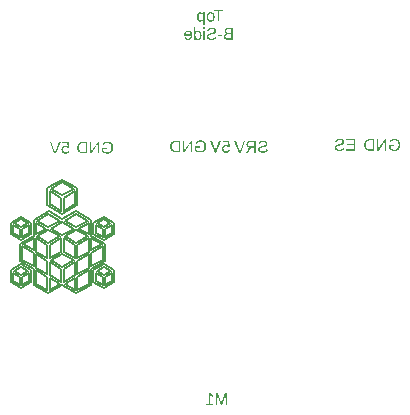
<source format=gbr>
G04 EAGLE Gerber RS-274X export*
G75*
%MOMM*%
%FSLAX34Y34*%
%LPD*%
%INSilkscreen Bottom*%
%IPPOS*%
%AMOC8*
5,1,8,0,0,1.08239X$1,22.5*%
G01*
G04 Define Apertures*
%ADD10C,0.152400*%
G36*
X87313Y298818D02*
X86913Y298832D01*
X86535Y298874D01*
X86179Y298944D01*
X85847Y299042D01*
X85536Y299168D01*
X85248Y299322D01*
X84982Y299504D01*
X84739Y299714D01*
X84522Y299949D01*
X84333Y300204D01*
X84174Y300480D01*
X84043Y300777D01*
X83942Y301095D01*
X83869Y301433D01*
X83826Y301793D01*
X83811Y302173D01*
X83825Y302508D01*
X83865Y302827D01*
X83933Y303129D01*
X84027Y303416D01*
X84149Y303686D01*
X84298Y303940D01*
X84473Y304178D01*
X84676Y304400D01*
X84902Y304600D01*
X85145Y304774D01*
X85408Y304921D01*
X85689Y305041D01*
X85988Y305134D01*
X86306Y305201D01*
X86643Y305241D01*
X86998Y305254D01*
X87296Y305245D01*
X87582Y305215D01*
X87856Y305166D01*
X88117Y305097D01*
X88365Y305008D01*
X88601Y304900D01*
X88825Y304772D01*
X89036Y304624D01*
X88847Y307755D01*
X84385Y307755D01*
X84385Y308826D01*
X89995Y308826D01*
X90325Y303517D01*
X89092Y303517D01*
X88871Y303696D01*
X88651Y303847D01*
X88430Y303969D01*
X88209Y304064D01*
X87984Y304134D01*
X87751Y304185D01*
X87508Y304215D01*
X87257Y304225D01*
X87018Y304216D01*
X86792Y304189D01*
X86578Y304144D01*
X86377Y304081D01*
X86189Y304001D01*
X86013Y303902D01*
X85849Y303785D01*
X85699Y303651D01*
X85563Y303501D01*
X85446Y303341D01*
X85346Y303170D01*
X85265Y302987D01*
X85202Y302793D01*
X85157Y302588D01*
X85130Y302372D01*
X85121Y302145D01*
X85130Y301884D01*
X85157Y301638D01*
X85202Y301406D01*
X85264Y301188D01*
X85345Y300984D01*
X85444Y300795D01*
X85560Y300621D01*
X85695Y300460D01*
X85846Y300317D01*
X86010Y300192D01*
X86188Y300087D01*
X86380Y300001D01*
X86585Y299934D01*
X86805Y299886D01*
X87038Y299857D01*
X87285Y299847D01*
X87679Y299870D01*
X88033Y299939D01*
X88348Y300053D01*
X88624Y300213D01*
X88861Y300419D01*
X89059Y300671D01*
X89218Y300968D01*
X89337Y301311D01*
X90612Y301164D01*
X90546Y300887D01*
X90461Y300627D01*
X90356Y300384D01*
X90232Y300157D01*
X90088Y299948D01*
X89925Y299755D01*
X89742Y299579D01*
X89540Y299420D01*
X89320Y299279D01*
X89083Y299157D01*
X88830Y299053D01*
X88560Y298969D01*
X88273Y298903D01*
X87970Y298856D01*
X87650Y298827D01*
X87313Y298818D01*
G37*
G36*
X79127Y298958D02*
X77740Y298958D01*
X73713Y308826D01*
X75121Y308826D01*
X77838Y301879D01*
X78427Y300135D01*
X79015Y301879D01*
X81746Y308826D01*
X83154Y308826D01*
X79127Y298958D01*
G37*
G36*
X223203Y299580D02*
X222803Y299594D01*
X222425Y299636D01*
X222069Y299706D01*
X221737Y299804D01*
X221426Y299930D01*
X221138Y300084D01*
X220872Y300266D01*
X220629Y300476D01*
X220412Y300711D01*
X220223Y300966D01*
X220064Y301242D01*
X219933Y301539D01*
X219832Y301857D01*
X219759Y302195D01*
X219716Y302555D01*
X219701Y302935D01*
X219715Y303270D01*
X219755Y303589D01*
X219823Y303891D01*
X219917Y304178D01*
X220039Y304448D01*
X220188Y304702D01*
X220363Y304940D01*
X220566Y305162D01*
X220792Y305362D01*
X221035Y305536D01*
X221298Y305683D01*
X221579Y305803D01*
X221878Y305896D01*
X222196Y305963D01*
X222533Y306003D01*
X222888Y306016D01*
X223186Y306007D01*
X223472Y305977D01*
X223746Y305928D01*
X224007Y305859D01*
X224255Y305770D01*
X224491Y305662D01*
X224715Y305534D01*
X224926Y305386D01*
X224737Y308517D01*
X220275Y308517D01*
X220275Y309588D01*
X225885Y309588D01*
X226215Y304279D01*
X224982Y304279D01*
X224761Y304458D01*
X224541Y304609D01*
X224320Y304731D01*
X224099Y304826D01*
X223874Y304896D01*
X223641Y304947D01*
X223398Y304977D01*
X223147Y304987D01*
X222908Y304978D01*
X222682Y304951D01*
X222468Y304906D01*
X222267Y304843D01*
X222079Y304763D01*
X221903Y304664D01*
X221739Y304547D01*
X221589Y304413D01*
X221453Y304263D01*
X221336Y304103D01*
X221236Y303932D01*
X221155Y303749D01*
X221092Y303555D01*
X221047Y303350D01*
X221020Y303134D01*
X221011Y302907D01*
X221020Y302646D01*
X221047Y302400D01*
X221092Y302168D01*
X221154Y301950D01*
X221235Y301746D01*
X221334Y301557D01*
X221450Y301383D01*
X221585Y301222D01*
X221736Y301079D01*
X221900Y300954D01*
X222078Y300849D01*
X222270Y300763D01*
X222475Y300696D01*
X222695Y300648D01*
X222928Y300619D01*
X223175Y300609D01*
X223569Y300632D01*
X223923Y300701D01*
X224238Y300815D01*
X224514Y300975D01*
X224751Y301181D01*
X224949Y301433D01*
X225108Y301730D01*
X225227Y302073D01*
X226502Y301926D01*
X226436Y301649D01*
X226351Y301389D01*
X226246Y301146D01*
X226122Y300919D01*
X225978Y300710D01*
X225815Y300517D01*
X225632Y300341D01*
X225430Y300182D01*
X225210Y300041D01*
X224973Y299919D01*
X224720Y299815D01*
X224450Y299731D01*
X224163Y299665D01*
X223860Y299618D01*
X223540Y299589D01*
X223203Y299580D01*
G37*
G36*
X215017Y299720D02*
X213630Y299720D01*
X209603Y309588D01*
X211011Y309588D01*
X213728Y302641D01*
X214317Y300897D01*
X214905Y302641D01*
X217636Y309588D01*
X219044Y309588D01*
X215017Y299720D01*
G37*
G36*
X184333Y299974D02*
X180642Y299974D01*
X180290Y299984D01*
X179949Y300012D01*
X179618Y300060D01*
X179298Y300126D01*
X178988Y300212D01*
X178688Y300317D01*
X178399Y300441D01*
X178121Y300583D01*
X177856Y300744D01*
X177606Y300921D01*
X177372Y301116D01*
X177153Y301327D01*
X176950Y301554D01*
X176762Y301799D01*
X176590Y302060D01*
X176433Y302338D01*
X176294Y302630D01*
X176173Y302934D01*
X176070Y303250D01*
X175987Y303578D01*
X175922Y303918D01*
X175875Y304270D01*
X175847Y304634D01*
X175838Y305010D01*
X175859Y305573D01*
X175923Y306103D01*
X176029Y306599D01*
X176178Y307063D01*
X176370Y307493D01*
X176604Y307890D01*
X176881Y308254D01*
X177200Y308585D01*
X177558Y308880D01*
X177953Y309135D01*
X178383Y309351D01*
X178849Y309528D01*
X179350Y309666D01*
X179888Y309764D01*
X180461Y309823D01*
X181070Y309842D01*
X184333Y309842D01*
X184333Y299974D01*
G37*
%LPC*%
G36*
X182996Y301046D02*
X182996Y308771D01*
X181098Y308771D01*
X180635Y308756D01*
X180201Y308711D01*
X179795Y308635D01*
X179418Y308530D01*
X179068Y308395D01*
X178746Y308229D01*
X178453Y308033D01*
X178188Y307808D01*
X177952Y307553D01*
X177748Y307272D01*
X177575Y306963D01*
X177434Y306627D01*
X177324Y306263D01*
X177245Y305873D01*
X177198Y305455D01*
X177183Y305010D01*
X177189Y304710D01*
X177210Y304421D01*
X177245Y304141D01*
X177293Y303872D01*
X177355Y303612D01*
X177431Y303363D01*
X177520Y303124D01*
X177624Y302895D01*
X177740Y302677D01*
X177868Y302473D01*
X178008Y302281D01*
X178160Y302103D01*
X178324Y301938D01*
X178500Y301786D01*
X178688Y301647D01*
X178888Y301522D01*
X179098Y301410D01*
X179316Y301313D01*
X179542Y301232D01*
X179777Y301165D01*
X180019Y301113D01*
X180270Y301075D01*
X180529Y301053D01*
X180796Y301046D01*
X182996Y301046D01*
G37*
%LPD*%
G36*
X188276Y299974D02*
X186665Y299974D01*
X186665Y309842D01*
X187869Y309842D01*
X187869Y303371D01*
X187848Y302565D01*
X187785Y301382D01*
X193122Y309842D01*
X194677Y309842D01*
X194677Y299974D01*
X193487Y299974D01*
X193487Y306530D01*
X193522Y307699D01*
X193557Y308379D01*
X188276Y299974D01*
G37*
G36*
X201316Y299834D02*
X200986Y299841D01*
X200663Y299861D01*
X200345Y299896D01*
X200033Y299943D01*
X199728Y300005D01*
X199428Y300080D01*
X199135Y300169D01*
X198847Y300272D01*
X198300Y300513D01*
X197797Y300800D01*
X197339Y301131D01*
X196925Y301508D01*
X196925Y304912D01*
X201106Y304912D01*
X201106Y303791D01*
X198157Y303791D01*
X198157Y302012D01*
X198436Y301773D01*
X198755Y301560D01*
X199114Y301374D01*
X199512Y301214D01*
X199939Y301085D01*
X200382Y300993D01*
X200841Y300938D01*
X201316Y300920D01*
X201728Y300936D01*
X202117Y300987D01*
X202484Y301072D01*
X202827Y301190D01*
X203147Y301342D01*
X203445Y301528D01*
X203719Y301748D01*
X203970Y302002D01*
X204195Y302284D01*
X204390Y302592D01*
X204555Y302924D01*
X204690Y303281D01*
X204795Y303662D01*
X204870Y304068D01*
X204915Y304498D01*
X204930Y304954D01*
X204916Y305410D01*
X204873Y305839D01*
X204803Y306243D01*
X204704Y306620D01*
X204577Y306970D01*
X204422Y307294D01*
X204238Y307592D01*
X204026Y307864D01*
X203788Y308106D01*
X203524Y308316D01*
X203236Y308493D01*
X202922Y308639D01*
X202582Y308752D01*
X202218Y308832D01*
X201829Y308881D01*
X201414Y308897D01*
X201145Y308891D01*
X200887Y308873D01*
X200640Y308843D01*
X200405Y308801D01*
X200180Y308746D01*
X199968Y308680D01*
X199766Y308602D01*
X199576Y308512D01*
X199396Y308408D01*
X199226Y308291D01*
X199066Y308159D01*
X198916Y308013D01*
X198776Y307852D01*
X198646Y307678D01*
X198416Y307286D01*
X197142Y307664D01*
X197287Y307958D01*
X197448Y308232D01*
X197623Y308485D01*
X197812Y308716D01*
X198017Y308928D01*
X198236Y309118D01*
X198469Y309287D01*
X198718Y309436D01*
X198983Y309566D01*
X199267Y309678D01*
X199571Y309773D01*
X199894Y309851D01*
X200236Y309912D01*
X200598Y309955D01*
X200979Y309981D01*
X201379Y309989D01*
X201946Y309969D01*
X202480Y309907D01*
X202981Y309804D01*
X203450Y309660D01*
X203887Y309475D01*
X204290Y309249D01*
X204661Y308981D01*
X205000Y308673D01*
X205302Y308327D01*
X205564Y307946D01*
X205785Y307533D01*
X205966Y307085D01*
X206107Y306603D01*
X206208Y306087D01*
X206269Y305537D01*
X206289Y304954D01*
X206279Y304568D01*
X206252Y304195D01*
X206205Y303835D01*
X206141Y303487D01*
X206057Y303153D01*
X205956Y302831D01*
X205836Y302522D01*
X205697Y302226D01*
X205541Y301944D01*
X205368Y301680D01*
X205179Y301433D01*
X204973Y301202D01*
X204750Y300989D01*
X204512Y300792D01*
X204256Y300613D01*
X203984Y300450D01*
X203698Y300306D01*
X203397Y300181D01*
X203084Y300075D01*
X202757Y299988D01*
X202417Y299921D01*
X202063Y299872D01*
X201696Y299844D01*
X201316Y299834D01*
G37*
G36*
X105593Y298958D02*
X101902Y298958D01*
X101550Y298968D01*
X101209Y298996D01*
X100878Y299044D01*
X100558Y299110D01*
X100248Y299196D01*
X99948Y299301D01*
X99659Y299425D01*
X99381Y299567D01*
X99116Y299728D01*
X98866Y299905D01*
X98632Y300100D01*
X98413Y300311D01*
X98210Y300538D01*
X98022Y300783D01*
X97850Y301044D01*
X97693Y301322D01*
X97554Y301614D01*
X97433Y301918D01*
X97330Y302234D01*
X97247Y302562D01*
X97182Y302902D01*
X97135Y303254D01*
X97107Y303618D01*
X97098Y303994D01*
X97119Y304557D01*
X97183Y305087D01*
X97289Y305583D01*
X97438Y306047D01*
X97630Y306477D01*
X97864Y306874D01*
X98141Y307238D01*
X98460Y307569D01*
X98818Y307864D01*
X99213Y308119D01*
X99643Y308335D01*
X100109Y308512D01*
X100610Y308650D01*
X101148Y308748D01*
X101721Y308807D01*
X102330Y308826D01*
X105593Y308826D01*
X105593Y298958D01*
G37*
%LPC*%
G36*
X104256Y300030D02*
X104256Y307755D01*
X102358Y307755D01*
X101895Y307740D01*
X101461Y307695D01*
X101055Y307619D01*
X100678Y307514D01*
X100328Y307379D01*
X100006Y307213D01*
X99713Y307017D01*
X99448Y306792D01*
X99212Y306537D01*
X99008Y306256D01*
X98835Y305947D01*
X98694Y305611D01*
X98584Y305247D01*
X98505Y304857D01*
X98458Y304439D01*
X98443Y303994D01*
X98449Y303694D01*
X98470Y303405D01*
X98505Y303125D01*
X98553Y302856D01*
X98615Y302596D01*
X98691Y302347D01*
X98780Y302108D01*
X98884Y301879D01*
X99000Y301661D01*
X99128Y301457D01*
X99268Y301265D01*
X99420Y301087D01*
X99584Y300922D01*
X99760Y300770D01*
X99948Y300631D01*
X100148Y300506D01*
X100358Y300394D01*
X100576Y300297D01*
X100802Y300216D01*
X101037Y300149D01*
X101279Y300097D01*
X101530Y300059D01*
X101789Y300037D01*
X102056Y300030D01*
X104256Y300030D01*
G37*
%LPD*%
G36*
X109536Y298958D02*
X107925Y298958D01*
X107925Y308826D01*
X109129Y308826D01*
X109129Y302355D01*
X109108Y301549D01*
X109045Y300366D01*
X114382Y308826D01*
X115937Y308826D01*
X115937Y298958D01*
X114747Y298958D01*
X114747Y305514D01*
X114782Y306683D01*
X114817Y307363D01*
X109536Y298958D01*
G37*
G36*
X122576Y298818D02*
X122246Y298825D01*
X121923Y298845D01*
X121605Y298880D01*
X121293Y298927D01*
X120988Y298989D01*
X120688Y299064D01*
X120395Y299153D01*
X120107Y299256D01*
X119560Y299497D01*
X119057Y299784D01*
X118599Y300115D01*
X118185Y300492D01*
X118185Y303896D01*
X122366Y303896D01*
X122366Y302775D01*
X119417Y302775D01*
X119417Y300996D01*
X119696Y300757D01*
X120015Y300544D01*
X120374Y300358D01*
X120772Y300198D01*
X121199Y300069D01*
X121642Y299977D01*
X122101Y299922D01*
X122576Y299904D01*
X122988Y299920D01*
X123377Y299971D01*
X123744Y300056D01*
X124087Y300174D01*
X124407Y300326D01*
X124705Y300512D01*
X124979Y300732D01*
X125230Y300986D01*
X125455Y301268D01*
X125650Y301576D01*
X125815Y301908D01*
X125950Y302265D01*
X126055Y302646D01*
X126130Y303052D01*
X126175Y303482D01*
X126190Y303938D01*
X126176Y304394D01*
X126133Y304823D01*
X126063Y305227D01*
X125964Y305604D01*
X125837Y305954D01*
X125682Y306278D01*
X125498Y306576D01*
X125286Y306848D01*
X125048Y307090D01*
X124784Y307300D01*
X124496Y307477D01*
X124182Y307623D01*
X123842Y307736D01*
X123478Y307816D01*
X123089Y307865D01*
X122674Y307881D01*
X122405Y307875D01*
X122147Y307857D01*
X121900Y307827D01*
X121665Y307785D01*
X121440Y307730D01*
X121228Y307664D01*
X121026Y307586D01*
X120836Y307496D01*
X120656Y307392D01*
X120486Y307275D01*
X120326Y307143D01*
X120176Y306997D01*
X120036Y306836D01*
X119906Y306662D01*
X119676Y306270D01*
X118402Y306648D01*
X118547Y306942D01*
X118708Y307216D01*
X118883Y307469D01*
X119072Y307700D01*
X119277Y307912D01*
X119496Y308102D01*
X119729Y308271D01*
X119978Y308420D01*
X120243Y308550D01*
X120527Y308662D01*
X120831Y308757D01*
X121154Y308835D01*
X121496Y308896D01*
X121858Y308939D01*
X122239Y308965D01*
X122639Y308973D01*
X123206Y308953D01*
X123740Y308891D01*
X124241Y308788D01*
X124710Y308644D01*
X125147Y308459D01*
X125550Y308233D01*
X125921Y307965D01*
X126260Y307657D01*
X126562Y307311D01*
X126824Y306930D01*
X127045Y306517D01*
X127226Y306069D01*
X127367Y305587D01*
X127468Y305071D01*
X127529Y304521D01*
X127549Y303938D01*
X127539Y303552D01*
X127512Y303179D01*
X127465Y302819D01*
X127401Y302471D01*
X127317Y302137D01*
X127216Y301815D01*
X127096Y301506D01*
X126957Y301210D01*
X126801Y300928D01*
X126628Y300664D01*
X126439Y300417D01*
X126233Y300186D01*
X126010Y299973D01*
X125772Y299776D01*
X125516Y299597D01*
X125244Y299434D01*
X124958Y299290D01*
X124657Y299165D01*
X124344Y299059D01*
X124017Y298972D01*
X123677Y298905D01*
X123323Y298856D01*
X122956Y298828D01*
X122576Y298818D01*
G37*
G36*
X348671Y301244D02*
X344980Y301244D01*
X344628Y301254D01*
X344287Y301282D01*
X343956Y301330D01*
X343636Y301396D01*
X343326Y301482D01*
X343026Y301587D01*
X342737Y301711D01*
X342459Y301853D01*
X342194Y302014D01*
X341944Y302191D01*
X341710Y302386D01*
X341491Y302597D01*
X341288Y302824D01*
X341100Y303069D01*
X340928Y303330D01*
X340771Y303608D01*
X340632Y303900D01*
X340511Y304204D01*
X340408Y304520D01*
X340325Y304848D01*
X340260Y305188D01*
X340213Y305540D01*
X340185Y305904D01*
X340176Y306280D01*
X340197Y306843D01*
X340261Y307373D01*
X340367Y307869D01*
X340516Y308333D01*
X340708Y308763D01*
X340942Y309160D01*
X341219Y309524D01*
X341538Y309855D01*
X341896Y310150D01*
X342291Y310405D01*
X342721Y310621D01*
X343187Y310798D01*
X343688Y310936D01*
X344226Y311034D01*
X344799Y311093D01*
X345408Y311112D01*
X348671Y311112D01*
X348671Y301244D01*
G37*
%LPC*%
G36*
X347334Y302316D02*
X347334Y310041D01*
X345436Y310041D01*
X344973Y310026D01*
X344539Y309981D01*
X344133Y309905D01*
X343756Y309800D01*
X343406Y309665D01*
X343084Y309499D01*
X342791Y309303D01*
X342526Y309078D01*
X342290Y308823D01*
X342086Y308542D01*
X341913Y308233D01*
X341772Y307897D01*
X341662Y307533D01*
X341583Y307143D01*
X341536Y306725D01*
X341521Y306280D01*
X341527Y305980D01*
X341548Y305691D01*
X341583Y305411D01*
X341631Y305142D01*
X341693Y304882D01*
X341769Y304633D01*
X341858Y304394D01*
X341962Y304165D01*
X342078Y303947D01*
X342206Y303743D01*
X342346Y303551D01*
X342498Y303373D01*
X342662Y303208D01*
X342838Y303056D01*
X343026Y302917D01*
X343226Y302792D01*
X343436Y302680D01*
X343654Y302583D01*
X343880Y302502D01*
X344115Y302435D01*
X344357Y302383D01*
X344608Y302345D01*
X344867Y302323D01*
X345134Y302316D01*
X347334Y302316D01*
G37*
%LPD*%
G36*
X352614Y301244D02*
X351003Y301244D01*
X351003Y311112D01*
X352207Y311112D01*
X352207Y304641D01*
X352186Y303835D01*
X352123Y302652D01*
X357460Y311112D01*
X359015Y311112D01*
X359015Y301244D01*
X357825Y301244D01*
X357825Y307800D01*
X357860Y308969D01*
X357895Y309649D01*
X352614Y301244D01*
G37*
G36*
X365654Y301104D02*
X365324Y301111D01*
X365001Y301131D01*
X364683Y301166D01*
X364371Y301213D01*
X364066Y301275D01*
X363766Y301350D01*
X363473Y301439D01*
X363185Y301542D01*
X362638Y301783D01*
X362135Y302070D01*
X361677Y302401D01*
X361263Y302778D01*
X361263Y306182D01*
X365444Y306182D01*
X365444Y305061D01*
X362495Y305061D01*
X362495Y303282D01*
X362774Y303043D01*
X363093Y302830D01*
X363452Y302644D01*
X363850Y302484D01*
X364277Y302355D01*
X364720Y302263D01*
X365179Y302208D01*
X365654Y302190D01*
X366066Y302206D01*
X366455Y302257D01*
X366822Y302342D01*
X367165Y302460D01*
X367485Y302612D01*
X367783Y302798D01*
X368057Y303018D01*
X368308Y303272D01*
X368533Y303554D01*
X368728Y303862D01*
X368893Y304194D01*
X369028Y304551D01*
X369133Y304932D01*
X369208Y305338D01*
X369253Y305768D01*
X369268Y306224D01*
X369254Y306680D01*
X369211Y307109D01*
X369141Y307513D01*
X369042Y307890D01*
X368915Y308240D01*
X368760Y308564D01*
X368576Y308862D01*
X368364Y309134D01*
X368126Y309376D01*
X367862Y309586D01*
X367574Y309763D01*
X367260Y309909D01*
X366920Y310022D01*
X366556Y310102D01*
X366167Y310151D01*
X365752Y310167D01*
X365483Y310161D01*
X365225Y310143D01*
X364978Y310113D01*
X364743Y310071D01*
X364518Y310016D01*
X364306Y309950D01*
X364104Y309872D01*
X363914Y309782D01*
X363734Y309678D01*
X363564Y309561D01*
X363404Y309429D01*
X363254Y309283D01*
X363114Y309122D01*
X362984Y308948D01*
X362754Y308556D01*
X361480Y308934D01*
X361625Y309228D01*
X361786Y309502D01*
X361961Y309755D01*
X362150Y309986D01*
X362355Y310198D01*
X362574Y310388D01*
X362807Y310557D01*
X363056Y310706D01*
X363321Y310836D01*
X363605Y310948D01*
X363909Y311043D01*
X364232Y311121D01*
X364574Y311182D01*
X364936Y311225D01*
X365317Y311251D01*
X365717Y311259D01*
X366284Y311239D01*
X366818Y311177D01*
X367319Y311074D01*
X367788Y310930D01*
X368225Y310745D01*
X368628Y310519D01*
X368999Y310251D01*
X369338Y309943D01*
X369640Y309597D01*
X369902Y309216D01*
X370123Y308803D01*
X370304Y308355D01*
X370445Y307873D01*
X370546Y307357D01*
X370607Y306807D01*
X370627Y306224D01*
X370617Y305838D01*
X370590Y305465D01*
X370543Y305105D01*
X370479Y304757D01*
X370395Y304423D01*
X370294Y304101D01*
X370174Y303792D01*
X370035Y303496D01*
X369879Y303214D01*
X369706Y302950D01*
X369517Y302703D01*
X369311Y302472D01*
X369088Y302259D01*
X368850Y302062D01*
X368594Y301883D01*
X368322Y301720D01*
X368036Y301576D01*
X367735Y301451D01*
X367422Y301345D01*
X367095Y301258D01*
X366755Y301191D01*
X366401Y301142D01*
X366034Y301114D01*
X365654Y301104D01*
G37*
G36*
X241619Y299720D02*
X240078Y299720D01*
X241687Y302162D01*
X242880Y303971D01*
X242606Y304029D01*
X242346Y304104D01*
X242103Y304196D01*
X241874Y304306D01*
X241749Y304380D01*
X241660Y304433D01*
X241462Y304577D01*
X241279Y304738D01*
X241111Y304917D01*
X240961Y305110D01*
X240831Y305313D01*
X240721Y305528D01*
X240631Y305754D01*
X240561Y305990D01*
X240511Y306238D01*
X240481Y306496D01*
X240471Y306766D01*
X240485Y307089D01*
X240527Y307395D01*
X240598Y307682D01*
X240697Y307950D01*
X240825Y308201D01*
X240981Y308433D01*
X241165Y308647D01*
X241377Y308842D01*
X241616Y309017D01*
X241878Y309169D01*
X242165Y309297D01*
X242474Y309402D01*
X242808Y309483D01*
X243165Y309542D01*
X243547Y309577D01*
X243951Y309588D01*
X248595Y309588D01*
X248595Y299720D01*
X247257Y299720D01*
X247257Y303817D01*
X244183Y303817D01*
X241619Y299720D01*
G37*
%LPC*%
G36*
X247257Y304875D02*
X247257Y308517D01*
X244084Y308517D01*
X243818Y308510D01*
X243567Y308489D01*
X243332Y308453D01*
X243114Y308404D01*
X242911Y308340D01*
X242725Y308263D01*
X242554Y308171D01*
X242400Y308065D01*
X242263Y307946D01*
X242144Y307814D01*
X242044Y307669D01*
X241961Y307511D01*
X241897Y307340D01*
X241852Y307157D01*
X241824Y306961D01*
X241815Y306752D01*
X241824Y306536D01*
X241851Y306332D01*
X241896Y306140D01*
X241960Y305961D01*
X242041Y305795D01*
X242140Y305640D01*
X242258Y305498D01*
X242393Y305369D01*
X242545Y305253D01*
X242712Y305153D01*
X242894Y305068D01*
X243091Y304998D01*
X243303Y304944D01*
X243530Y304906D01*
X243772Y304883D01*
X244028Y304875D01*
X247257Y304875D01*
G37*
%LPD*%
G36*
X254501Y299580D02*
X254030Y299592D01*
X253586Y299627D01*
X253169Y299685D01*
X252779Y299767D01*
X252417Y299873D01*
X252082Y300001D01*
X251774Y300154D01*
X251493Y300329D01*
X251243Y300526D01*
X251026Y300743D01*
X250842Y300978D01*
X250692Y301233D01*
X250575Y301507D01*
X250492Y301800D01*
X250442Y302113D01*
X250425Y302444D01*
X250435Y302705D01*
X250463Y302949D01*
X250510Y303175D01*
X250576Y303383D01*
X250658Y303576D01*
X250755Y303756D01*
X250867Y303923D01*
X250993Y304076D01*
X251282Y304348D01*
X251619Y304574D01*
X251993Y304764D01*
X252393Y304927D01*
X252816Y305067D01*
X253258Y305186D01*
X254165Y305400D01*
X254788Y305545D01*
X255298Y305678D01*
X255695Y305799D01*
X255979Y305908D01*
X256193Y306017D01*
X256381Y306137D01*
X256542Y306269D01*
X256676Y306412D01*
X256782Y306571D01*
X256857Y306749D01*
X256903Y306947D01*
X256918Y307165D01*
X256908Y307353D01*
X256879Y307530D01*
X256830Y307694D01*
X256762Y307846D01*
X256674Y307986D01*
X256567Y308114D01*
X256440Y308231D01*
X256294Y308335D01*
X256130Y308427D01*
X255948Y308506D01*
X255748Y308574D01*
X255531Y308629D01*
X255296Y308672D01*
X255044Y308702D01*
X254775Y308721D01*
X254487Y308727D01*
X253977Y308705D01*
X253526Y308638D01*
X253322Y308589D01*
X253133Y308528D01*
X252959Y308456D01*
X252800Y308373D01*
X252653Y308278D01*
X252519Y308169D01*
X252398Y308047D01*
X252288Y307912D01*
X252191Y307763D01*
X252106Y307600D01*
X252033Y307424D01*
X251973Y307235D01*
X250656Y307466D01*
X250754Y307765D01*
X250868Y308041D01*
X250999Y308294D01*
X251147Y308525D01*
X251311Y308733D01*
X251492Y308918D01*
X251689Y309081D01*
X251903Y309221D01*
X252138Y309341D01*
X252397Y309446D01*
X252681Y309534D01*
X252990Y309607D01*
X253324Y309663D01*
X253682Y309703D01*
X254066Y309727D01*
X254473Y309735D01*
X254912Y309725D01*
X255325Y309693D01*
X255711Y309639D01*
X256071Y309564D01*
X256405Y309467D01*
X256713Y309349D01*
X256995Y309210D01*
X257250Y309049D01*
X257478Y308868D01*
X257675Y308670D01*
X257842Y308453D01*
X257978Y308217D01*
X258084Y307964D01*
X258160Y307692D01*
X258205Y307403D01*
X258220Y307095D01*
X258209Y306826D01*
X258174Y306573D01*
X258116Y306336D01*
X258035Y306114D01*
X257932Y305908D01*
X257808Y305714D01*
X257664Y305535D01*
X257499Y305369D01*
X257308Y305213D01*
X257085Y305065D01*
X256830Y304924D01*
X256543Y304791D01*
X256205Y304661D01*
X255796Y304532D01*
X255317Y304402D01*
X254768Y304272D01*
X253542Y303985D01*
X253027Y303836D01*
X252589Y303656D01*
X252401Y303552D01*
X252235Y303434D01*
X252091Y303303D01*
X251970Y303159D01*
X251873Y302997D01*
X251804Y302812D01*
X251763Y302605D01*
X251749Y302374D01*
X251760Y302166D01*
X251793Y301970D01*
X251848Y301787D01*
X251925Y301617D01*
X252024Y301460D01*
X252145Y301317D01*
X252288Y301186D01*
X252453Y301068D01*
X252638Y300964D01*
X252842Y300874D01*
X253064Y300797D01*
X253305Y300735D01*
X253564Y300686D01*
X253842Y300651D01*
X254138Y300630D01*
X254452Y300623D01*
X254758Y300630D01*
X255046Y300650D01*
X255319Y300682D01*
X255575Y300728D01*
X255814Y300786D01*
X256037Y300858D01*
X256244Y300943D01*
X256434Y301040D01*
X256609Y301152D01*
X256767Y301278D01*
X256910Y301419D01*
X257037Y301575D01*
X257148Y301746D01*
X257243Y301931D01*
X257323Y302131D01*
X257387Y302346D01*
X258683Y302087D01*
X258599Y301784D01*
X258492Y301500D01*
X258361Y301235D01*
X258206Y300990D01*
X258028Y300765D01*
X257825Y300559D01*
X257600Y300373D01*
X257350Y300207D01*
X257077Y300060D01*
X256780Y299933D01*
X256460Y299825D01*
X256115Y299737D01*
X255747Y299668D01*
X255356Y299619D01*
X254940Y299590D01*
X254501Y299580D01*
G37*
G36*
X235588Y299720D02*
X234201Y299720D01*
X230174Y309588D01*
X231581Y309588D01*
X234299Y302641D01*
X234887Y300897D01*
X235476Y302641D01*
X238207Y309588D01*
X239615Y309588D01*
X235588Y299720D01*
G37*
G36*
X332579Y301244D02*
X324805Y301244D01*
X324805Y302337D01*
X331242Y302337D01*
X331242Y305775D01*
X325513Y305775D01*
X325513Y306854D01*
X331242Y306854D01*
X331242Y310020D01*
X325092Y310020D01*
X325092Y311112D01*
X332579Y311112D01*
X332579Y301244D01*
G37*
G36*
X319361Y301104D02*
X318890Y301116D01*
X318445Y301151D01*
X318029Y301209D01*
X317639Y301291D01*
X317276Y301397D01*
X316941Y301525D01*
X316633Y301678D01*
X316353Y301853D01*
X316102Y302050D01*
X315886Y302267D01*
X315702Y302502D01*
X315552Y302757D01*
X315435Y303031D01*
X315351Y303324D01*
X315301Y303637D01*
X315285Y303968D01*
X315294Y304229D01*
X315322Y304473D01*
X315369Y304699D01*
X315435Y304907D01*
X315518Y305100D01*
X315615Y305280D01*
X315726Y305447D01*
X315852Y305600D01*
X316142Y305872D01*
X316479Y306098D01*
X316853Y306288D01*
X317253Y306451D01*
X317676Y306591D01*
X318118Y306710D01*
X319025Y306924D01*
X319648Y307069D01*
X320158Y307202D01*
X320555Y307323D01*
X320839Y307432D01*
X321053Y307541D01*
X321241Y307661D01*
X321401Y307793D01*
X321536Y307936D01*
X321641Y308095D01*
X321717Y308273D01*
X321762Y308471D01*
X321777Y308689D01*
X321767Y308877D01*
X321738Y309054D01*
X321690Y309218D01*
X321621Y309370D01*
X321534Y309510D01*
X321427Y309638D01*
X321300Y309755D01*
X321154Y309859D01*
X320989Y309951D01*
X320807Y310030D01*
X320608Y310098D01*
X320390Y310153D01*
X320156Y310196D01*
X319904Y310226D01*
X319634Y310245D01*
X319347Y310251D01*
X318837Y310229D01*
X318386Y310162D01*
X318182Y310113D01*
X317993Y310052D01*
X317819Y309980D01*
X317659Y309897D01*
X317513Y309802D01*
X317379Y309693D01*
X317257Y309571D01*
X317148Y309436D01*
X317051Y309287D01*
X316966Y309124D01*
X316893Y308948D01*
X316833Y308759D01*
X315516Y308990D01*
X315613Y309289D01*
X315728Y309565D01*
X315859Y309818D01*
X316006Y310049D01*
X316170Y310257D01*
X316351Y310442D01*
X316548Y310605D01*
X316763Y310745D01*
X316997Y310865D01*
X317257Y310970D01*
X317541Y311058D01*
X317850Y311131D01*
X318184Y311187D01*
X318542Y311227D01*
X318925Y311251D01*
X319333Y311259D01*
X319772Y311249D01*
X320184Y311217D01*
X320570Y311163D01*
X320931Y311088D01*
X321265Y310991D01*
X321573Y310873D01*
X321854Y310734D01*
X322110Y310573D01*
X322337Y310392D01*
X322534Y310194D01*
X322701Y309977D01*
X322837Y309741D01*
X322944Y309488D01*
X323019Y309216D01*
X323065Y308927D01*
X323080Y308619D01*
X323068Y308350D01*
X323034Y308097D01*
X322976Y307860D01*
X322894Y307638D01*
X322791Y307432D01*
X322668Y307238D01*
X322523Y307059D01*
X322359Y306893D01*
X322167Y306737D01*
X321944Y306589D01*
X321689Y306448D01*
X321403Y306315D01*
X321064Y306185D01*
X320656Y306056D01*
X320177Y305926D01*
X319627Y305796D01*
X318401Y305509D01*
X317887Y305360D01*
X317449Y305180D01*
X317260Y305076D01*
X317094Y304958D01*
X316951Y304827D01*
X316829Y304683D01*
X316733Y304521D01*
X316664Y304336D01*
X316622Y304129D01*
X316608Y303898D01*
X316619Y303690D01*
X316652Y303494D01*
X316707Y303311D01*
X316784Y303141D01*
X316883Y302984D01*
X317004Y302841D01*
X317147Y302710D01*
X317312Y302592D01*
X317498Y302488D01*
X317701Y302398D01*
X317923Y302321D01*
X318164Y302259D01*
X318423Y302210D01*
X318701Y302175D01*
X318997Y302154D01*
X319312Y302147D01*
X319617Y302154D01*
X319906Y302174D01*
X320178Y302206D01*
X320434Y302252D01*
X320674Y302310D01*
X320897Y302382D01*
X321104Y302467D01*
X321294Y302564D01*
X321468Y302676D01*
X321627Y302802D01*
X321769Y302943D01*
X321896Y303099D01*
X322007Y303270D01*
X322103Y303455D01*
X322183Y303655D01*
X322246Y303870D01*
X323542Y303611D01*
X323459Y303308D01*
X323351Y303024D01*
X323220Y302759D01*
X323065Y302514D01*
X322887Y302289D01*
X322685Y302083D01*
X322459Y301897D01*
X322210Y301731D01*
X321937Y301584D01*
X321640Y301457D01*
X321319Y301349D01*
X320975Y301261D01*
X320607Y301192D01*
X320215Y301143D01*
X319800Y301114D01*
X319361Y301104D01*
G37*
G36*
X215731Y85852D02*
X214526Y85852D01*
X214526Y95720D01*
X216242Y95720D01*
X218820Y88878D01*
X219061Y88160D01*
X219209Y87662D01*
X219296Y87309D01*
X219467Y87992D01*
X219737Y88878D01*
X222363Y95720D01*
X224121Y95720D01*
X224121Y85852D01*
X222931Y85852D01*
X222931Y92436D01*
X222959Y93759D01*
X222980Y94537D01*
X222749Y93766D01*
X222356Y92576D01*
X219772Y85852D01*
X218834Y85852D01*
X216284Y92576D01*
X215994Y93420D01*
X215668Y94537D01*
X215715Y93507D01*
X215731Y92436D01*
X215731Y85852D01*
G37*
G36*
X212268Y85852D02*
X206084Y85852D01*
X206084Y86924D01*
X208486Y86924D01*
X208486Y95720D01*
X209649Y95720D01*
X211981Y94116D01*
X211981Y92926D01*
X209754Y94516D01*
X209754Y86924D01*
X212268Y86924D01*
X212268Y85852D01*
G37*
G36*
X205143Y407741D02*
X203882Y407741D01*
X203882Y410704D01*
X203889Y411569D01*
X203910Y411895D01*
X203875Y411895D01*
X203706Y411586D01*
X203502Y411319D01*
X203262Y411092D01*
X202985Y410907D01*
X202673Y410763D01*
X202325Y410660D01*
X201941Y410599D01*
X201522Y410578D01*
X201184Y410593D01*
X200868Y410640D01*
X200574Y410717D01*
X200302Y410826D01*
X200052Y410965D01*
X199823Y411135D01*
X199616Y411337D01*
X199431Y411569D01*
X199268Y411832D01*
X199126Y412126D01*
X199006Y412452D01*
X198908Y412808D01*
X198832Y413195D01*
X198778Y413613D01*
X198745Y414062D01*
X198734Y414542D01*
X198745Y415028D01*
X198777Y415480D01*
X198832Y415899D01*
X198907Y416284D01*
X199005Y416636D01*
X199124Y416954D01*
X199265Y417239D01*
X199427Y417491D01*
X199612Y417711D01*
X199818Y417901D01*
X200047Y418063D01*
X200298Y418195D01*
X200570Y418297D01*
X200865Y418371D01*
X201182Y418415D01*
X201522Y418429D01*
X201951Y418409D01*
X202337Y418348D01*
X202680Y418246D01*
X202978Y418103D01*
X203241Y417917D01*
X203477Y417684D01*
X203686Y417404D01*
X203868Y417077D01*
X203896Y417077D01*
X203913Y417568D01*
X203945Y418096D01*
X203966Y418296D01*
X205185Y418296D01*
X205153Y417720D01*
X205143Y416748D01*
X205143Y407741D01*
G37*
%LPC*%
G36*
X201858Y411509D02*
X202116Y411520D01*
X202356Y411554D01*
X202578Y411609D01*
X202780Y411686D01*
X202965Y411786D01*
X203130Y411907D01*
X203277Y412051D01*
X203406Y412217D01*
X203517Y412406D01*
X203614Y412620D01*
X203696Y412858D01*
X203763Y413120D01*
X203815Y413407D01*
X203852Y413719D01*
X203874Y414055D01*
X203882Y414416D01*
X203868Y414927D01*
X203827Y415387D01*
X203758Y415797D01*
X203661Y416156D01*
X203538Y416469D01*
X203390Y416737D01*
X203216Y416961D01*
X203017Y417140D01*
X202785Y417278D01*
X202512Y417377D01*
X202198Y417436D01*
X201844Y417456D01*
X201619Y417445D01*
X201409Y417413D01*
X201216Y417360D01*
X201038Y417286D01*
X200876Y417190D01*
X200730Y417073D01*
X200600Y416935D01*
X200485Y416776D01*
X200385Y416592D01*
X200298Y416380D01*
X200225Y416140D01*
X200165Y415871D01*
X200118Y415574D01*
X200084Y415249D01*
X200064Y414896D01*
X200058Y414514D01*
X200064Y414122D01*
X200085Y413760D01*
X200118Y413427D01*
X200165Y413123D01*
X200226Y412848D01*
X200300Y412603D01*
X200388Y412386D01*
X200488Y412199D01*
X200604Y412038D01*
X200736Y411897D01*
X200883Y411779D01*
X201046Y411682D01*
X201225Y411606D01*
X201420Y411553D01*
X201631Y411520D01*
X201858Y411509D01*
G37*
%LPD*%
G36*
X210121Y410578D02*
X209716Y410593D01*
X209337Y410639D01*
X208982Y410715D01*
X208652Y410821D01*
X208346Y410958D01*
X208065Y411126D01*
X207810Y411323D01*
X207578Y411551D01*
X207373Y411811D01*
X207195Y412102D01*
X207045Y412424D01*
X206922Y412779D01*
X206826Y413165D01*
X206758Y413583D01*
X206716Y414033D01*
X206703Y414514D01*
X206716Y415000D01*
X206754Y415453D01*
X206818Y415873D01*
X206908Y416261D01*
X207023Y416615D01*
X207164Y416936D01*
X207330Y417225D01*
X207522Y417480D01*
X207741Y417704D01*
X207989Y417898D01*
X208266Y418063D01*
X208571Y418197D01*
X208905Y418302D01*
X209267Y418376D01*
X209659Y418421D01*
X210079Y418436D01*
X210490Y418421D01*
X210875Y418375D01*
X211233Y418298D01*
X211565Y418191D01*
X211870Y418053D01*
X212149Y417885D01*
X212401Y417685D01*
X212626Y417456D01*
X212825Y417195D01*
X212998Y416904D01*
X213144Y416582D01*
X213263Y416230D01*
X213356Y415847D01*
X213422Y415433D01*
X213462Y414989D01*
X213475Y414514D01*
X213462Y414050D01*
X213422Y413614D01*
X213356Y413207D01*
X213264Y412827D01*
X213144Y412476D01*
X212999Y412152D01*
X212827Y411857D01*
X212628Y411590D01*
X212403Y411353D01*
X212153Y411147D01*
X211878Y410973D01*
X211577Y410831D01*
X211251Y410720D01*
X210900Y410641D01*
X210523Y410594D01*
X210121Y410578D01*
G37*
%LPC*%
G36*
X210135Y411509D02*
X210387Y411521D01*
X210622Y411556D01*
X210839Y411615D01*
X211039Y411698D01*
X211222Y411804D01*
X211387Y411933D01*
X211535Y412086D01*
X211665Y412262D01*
X211779Y412462D01*
X211878Y412685D01*
X211962Y412932D01*
X212030Y413202D01*
X212083Y413495D01*
X212121Y413811D01*
X212144Y414151D01*
X212152Y414514D01*
X212144Y414887D01*
X212121Y415233D01*
X212082Y415555D01*
X212028Y415851D01*
X211959Y416121D01*
X211874Y416366D01*
X211774Y416586D01*
X211658Y416780D01*
X211525Y416950D01*
X211373Y417097D01*
X211201Y417222D01*
X211011Y417323D01*
X210801Y417403D01*
X210573Y417459D01*
X210325Y417493D01*
X210058Y417505D01*
X209793Y417494D01*
X209547Y417460D01*
X209322Y417405D01*
X209116Y417327D01*
X208931Y417227D01*
X208765Y417105D01*
X208619Y416960D01*
X208492Y416794D01*
X208383Y416603D01*
X208288Y416385D01*
X208208Y416140D01*
X208143Y415868D01*
X208092Y415570D01*
X208056Y415245D01*
X208034Y414893D01*
X208027Y414514D01*
X208034Y414140D01*
X208057Y413791D01*
X208095Y413468D01*
X208148Y413171D01*
X208217Y412899D01*
X208300Y412653D01*
X208399Y412433D01*
X208513Y412238D01*
X208645Y412067D01*
X208797Y411919D01*
X208969Y411794D01*
X209162Y411692D01*
X209375Y411612D01*
X209608Y411555D01*
X209861Y411521D01*
X210135Y411509D01*
G37*
%LPD*%
G36*
X217522Y410718D02*
X216191Y410718D01*
X216191Y419494D01*
X212801Y419494D01*
X212801Y420586D01*
X220912Y420586D01*
X220912Y419494D01*
X217522Y419494D01*
X217522Y410718D01*
G37*
G36*
X228947Y395224D02*
X224941Y395224D01*
X224526Y395235D01*
X224134Y395270D01*
X223765Y395327D01*
X223420Y395407D01*
X223098Y395510D01*
X222799Y395636D01*
X222524Y395784D01*
X222273Y395956D01*
X222048Y396148D01*
X221853Y396358D01*
X221688Y396587D01*
X221553Y396834D01*
X221448Y397099D01*
X221373Y397383D01*
X221328Y397684D01*
X221313Y398005D01*
X221323Y398246D01*
X221353Y398477D01*
X221403Y398697D01*
X221473Y398907D01*
X221562Y399106D01*
X221672Y399295D01*
X221801Y399473D01*
X221951Y399640D01*
X222041Y399723D01*
X222118Y399794D01*
X222303Y399932D01*
X222504Y400054D01*
X222723Y400161D01*
X222958Y400251D01*
X223210Y400326D01*
X223479Y400385D01*
X223765Y400428D01*
X223547Y400485D01*
X223342Y400554D01*
X223149Y400635D01*
X222970Y400729D01*
X222803Y400835D01*
X222648Y400953D01*
X222586Y401010D01*
X222507Y401084D01*
X222378Y401226D01*
X222263Y401379D01*
X222163Y401541D01*
X222079Y401712D01*
X222010Y401892D01*
X221957Y402080D01*
X221918Y402277D01*
X221895Y402483D01*
X221888Y402697D01*
X221901Y402987D01*
X221942Y403258D01*
X222010Y403511D01*
X222105Y403745D01*
X222227Y403960D01*
X222376Y404157D01*
X222553Y404334D01*
X222756Y404494D01*
X222987Y404634D01*
X223245Y404755D01*
X223530Y404858D01*
X223842Y404943D01*
X224181Y405008D01*
X224547Y405055D01*
X224941Y405083D01*
X225361Y405092D01*
X228947Y405092D01*
X228947Y395224D01*
G37*
%LPC*%
G36*
X227610Y396296D02*
X227610Y399854D01*
X225116Y399854D01*
X224819Y399847D01*
X224542Y399826D01*
X224283Y399792D01*
X224044Y399745D01*
X223824Y399683D01*
X223623Y399608D01*
X223441Y399520D01*
X223278Y399418D01*
X223134Y399302D01*
X223010Y399172D01*
X222904Y399029D01*
X222818Y398873D01*
X222751Y398702D01*
X222703Y398518D01*
X222675Y398321D01*
X222665Y398110D01*
X222674Y397891D01*
X222700Y397686D01*
X222744Y397495D01*
X222805Y397318D01*
X222884Y397155D01*
X222980Y397006D01*
X223094Y396872D01*
X223225Y396751D01*
X223376Y396644D01*
X223547Y396552D01*
X223739Y396473D01*
X223952Y396409D01*
X224186Y396360D01*
X224440Y396324D01*
X224715Y396303D01*
X225011Y396296D01*
X227610Y396296D01*
G37*
G36*
X227610Y400897D02*
X227610Y404021D01*
X225361Y404021D01*
X224874Y403999D01*
X224447Y403935D01*
X224257Y403887D01*
X224082Y403828D01*
X223923Y403758D01*
X223779Y403678D01*
X223651Y403585D01*
X223540Y403478D01*
X223446Y403356D01*
X223369Y403221D01*
X223309Y403071D01*
X223266Y402907D01*
X223241Y402728D01*
X223232Y402536D01*
X223241Y402334D01*
X223265Y402146D01*
X223307Y401971D01*
X223365Y401810D01*
X223439Y401662D01*
X223530Y401528D01*
X223637Y401407D01*
X223761Y401300D01*
X223902Y401205D01*
X224059Y401124D01*
X224234Y401054D01*
X224426Y400998D01*
X224634Y400954D01*
X224860Y400922D01*
X225102Y400903D01*
X225361Y400897D01*
X227610Y400897D01*
G37*
%LPD*%
G36*
X199640Y395084D02*
X199231Y395104D01*
X198855Y395163D01*
X198514Y395261D01*
X198208Y395399D01*
X197933Y395583D01*
X197687Y395818D01*
X197469Y396104D01*
X197280Y396443D01*
X197252Y396443D01*
X197228Y395742D01*
X197182Y395224D01*
X195977Y395224D01*
X196009Y395804D01*
X196019Y396786D01*
X196019Y405618D01*
X197280Y405618D01*
X197280Y402473D01*
X197266Y401625D01*
X197280Y401625D01*
X197469Y401945D01*
X197686Y402219D01*
X197932Y402446D01*
X198205Y402627D01*
X198510Y402765D01*
X198851Y402863D01*
X199228Y402922D01*
X199640Y402942D01*
X199978Y402927D01*
X200294Y402880D01*
X200588Y402803D01*
X200860Y402694D01*
X201110Y402555D01*
X201339Y402385D01*
X201546Y402183D01*
X201731Y401951D01*
X201894Y401688D01*
X202036Y401394D01*
X202156Y401068D01*
X202254Y400712D01*
X202330Y400325D01*
X202384Y399907D01*
X202417Y399458D01*
X202428Y398978D01*
X202417Y398503D01*
X202386Y398060D01*
X202333Y397647D01*
X202259Y397266D01*
X202164Y396915D01*
X202048Y396596D01*
X201910Y396308D01*
X201752Y396050D01*
X201571Y395824D01*
X201367Y395628D01*
X201138Y395461D01*
X200886Y395326D01*
X200610Y395220D01*
X200311Y395144D01*
X199988Y395099D01*
X199640Y395084D01*
G37*
%LPC*%
G36*
X199318Y396057D02*
X199546Y396068D01*
X199758Y396100D01*
X199954Y396154D01*
X200132Y396229D01*
X200295Y396326D01*
X200441Y396444D01*
X200571Y396583D01*
X200684Y396744D01*
X200783Y396930D01*
X200868Y397143D01*
X200940Y397386D01*
X200999Y397656D01*
X201045Y397955D01*
X201078Y398282D01*
X201098Y398637D01*
X201104Y399020D01*
X201098Y399402D01*
X201078Y399757D01*
X201045Y400084D01*
X200998Y400383D01*
X200939Y400655D01*
X200866Y400900D01*
X200780Y401117D01*
X200681Y401307D01*
X200566Y401472D01*
X200436Y401615D01*
X200288Y401736D01*
X200125Y401835D01*
X199944Y401912D01*
X199747Y401967D01*
X199534Y402000D01*
X199304Y402011D01*
X199049Y402000D01*
X198811Y401967D01*
X198592Y401912D01*
X198390Y401836D01*
X198207Y401737D01*
X198041Y401617D01*
X197893Y401474D01*
X197763Y401310D01*
X197650Y401123D01*
X197552Y400910D01*
X197469Y400672D01*
X197401Y400409D01*
X197348Y400120D01*
X197310Y399807D01*
X197288Y399468D01*
X197280Y399104D01*
X197288Y398726D01*
X197310Y398374D01*
X197348Y398048D01*
X197401Y397747D01*
X197469Y397472D01*
X197552Y397222D01*
X197650Y396998D01*
X197763Y396800D01*
X197779Y396779D01*
X197893Y396626D01*
X198042Y396475D01*
X198209Y396347D01*
X198394Y396243D01*
X198597Y396162D01*
X198819Y396104D01*
X199060Y396069D01*
X199318Y396057D01*
G37*
%LPD*%
G36*
X191013Y395084D02*
X190719Y395091D01*
X190438Y395112D01*
X190171Y395147D01*
X189917Y395196D01*
X189676Y395259D01*
X189450Y395336D01*
X189236Y395427D01*
X189037Y395532D01*
X188850Y395651D01*
X188677Y395784D01*
X188518Y395931D01*
X188372Y396092D01*
X188240Y396268D01*
X188122Y396457D01*
X188016Y396660D01*
X187925Y396877D01*
X189031Y397192D01*
X189139Y396951D01*
X189286Y396732D01*
X189473Y396534D01*
X189700Y396359D01*
X189967Y396215D01*
X190275Y396112D01*
X190624Y396050D01*
X191013Y396029D01*
X191265Y396040D01*
X191501Y396074D01*
X191721Y396129D01*
X191926Y396206D01*
X192115Y396306D01*
X192288Y396427D01*
X192447Y396571D01*
X192589Y396737D01*
X192716Y396923D01*
X192825Y397128D01*
X192918Y397351D01*
X192994Y397593D01*
X193053Y397854D01*
X193095Y398133D01*
X193120Y398431D01*
X193128Y398747D01*
X187722Y398747D01*
X187722Y398915D01*
X187735Y399403D01*
X187774Y399859D01*
X187839Y400284D01*
X187930Y400677D01*
X188048Y401039D01*
X188191Y401369D01*
X188361Y401668D01*
X188557Y401935D01*
X188779Y402171D01*
X189027Y402376D01*
X189301Y402549D01*
X189601Y402690D01*
X189927Y402801D01*
X190279Y402879D01*
X190658Y402926D01*
X191062Y402942D01*
X191459Y402927D01*
X191831Y402880D01*
X192180Y402801D01*
X192506Y402692D01*
X192808Y402551D01*
X193087Y402379D01*
X193342Y402175D01*
X193573Y401941D01*
X193779Y401677D01*
X193958Y401385D01*
X194109Y401066D01*
X194232Y400720D01*
X194329Y400347D01*
X194397Y399946D01*
X194438Y399518D01*
X194452Y399062D01*
X194438Y398584D01*
X194397Y398135D01*
X194329Y397718D01*
X194232Y397330D01*
X194109Y396974D01*
X193958Y396647D01*
X193779Y396351D01*
X193573Y396085D01*
X193341Y395851D01*
X193084Y395647D01*
X192801Y395475D01*
X192494Y395334D01*
X192161Y395225D01*
X191804Y395147D01*
X191421Y395100D01*
X191013Y395084D01*
G37*
%LPC*%
G36*
X193114Y399713D02*
X193096Y399974D01*
X193063Y400221D01*
X193014Y400453D01*
X192949Y400670D01*
X192869Y400874D01*
X192774Y401063D01*
X192663Y401237D01*
X192537Y401398D01*
X192397Y401541D01*
X192245Y401666D01*
X192081Y401771D01*
X191905Y401857D01*
X191718Y401924D01*
X191518Y401972D01*
X191307Y402001D01*
X191083Y402011D01*
X190854Y402002D01*
X190638Y401976D01*
X190436Y401933D01*
X190248Y401873D01*
X190074Y401796D01*
X189913Y401701D01*
X189767Y401590D01*
X189634Y401461D01*
X189514Y401313D01*
X189406Y401145D01*
X189312Y400957D01*
X189229Y400749D01*
X189159Y400521D01*
X189102Y400272D01*
X189057Y400003D01*
X189024Y399713D01*
X193114Y399713D01*
G37*
%LPD*%
G36*
X210948Y395084D02*
X210476Y395096D01*
X210032Y395131D01*
X209615Y395189D01*
X209226Y395271D01*
X208863Y395377D01*
X208528Y395505D01*
X208220Y395658D01*
X207940Y395833D01*
X207689Y396030D01*
X207472Y396247D01*
X207289Y396482D01*
X207138Y396737D01*
X207022Y397011D01*
X206938Y397304D01*
X206888Y397617D01*
X206871Y397948D01*
X206881Y398209D01*
X206909Y398453D01*
X206956Y398679D01*
X207022Y398887D01*
X207105Y399080D01*
X207202Y399260D01*
X207313Y399427D01*
X207439Y399580D01*
X207729Y399852D01*
X208066Y400078D01*
X208439Y400268D01*
X208840Y400431D01*
X209262Y400571D01*
X209704Y400690D01*
X210611Y400904D01*
X211234Y401049D01*
X211744Y401182D01*
X212141Y401303D01*
X212425Y401412D01*
X212640Y401521D01*
X212827Y401641D01*
X212988Y401773D01*
X213122Y401916D01*
X213228Y402075D01*
X213304Y402253D01*
X213349Y402451D01*
X213364Y402669D01*
X213354Y402857D01*
X213325Y403034D01*
X213276Y403198D01*
X213208Y403350D01*
X213120Y403490D01*
X213013Y403618D01*
X212887Y403735D01*
X212741Y403839D01*
X212576Y403931D01*
X212394Y404010D01*
X212194Y404078D01*
X211977Y404133D01*
X211743Y404176D01*
X211490Y404206D01*
X211221Y404225D01*
X210934Y404231D01*
X210424Y404209D01*
X209972Y404142D01*
X209769Y404093D01*
X209580Y404032D01*
X209405Y403960D01*
X209246Y403877D01*
X209100Y403782D01*
X208966Y403673D01*
X208844Y403551D01*
X208734Y403416D01*
X208637Y403267D01*
X208552Y403104D01*
X208480Y402928D01*
X208419Y402739D01*
X207103Y402970D01*
X207200Y403269D01*
X207314Y403545D01*
X207445Y403798D01*
X207593Y404029D01*
X207757Y404237D01*
X207938Y404422D01*
X208135Y404585D01*
X208349Y404725D01*
X208584Y404845D01*
X208843Y404950D01*
X209128Y405038D01*
X209437Y405111D01*
X209770Y405167D01*
X210129Y405207D01*
X210512Y405231D01*
X210920Y405239D01*
X211358Y405229D01*
X211771Y405197D01*
X212157Y405143D01*
X212517Y405068D01*
X212851Y404971D01*
X213159Y404853D01*
X213441Y404714D01*
X213697Y404553D01*
X213924Y404372D01*
X214121Y404174D01*
X214288Y403957D01*
X214424Y403721D01*
X214530Y403468D01*
X214606Y403196D01*
X214652Y402907D01*
X214667Y402599D01*
X214655Y402330D01*
X214620Y402077D01*
X214562Y401840D01*
X214481Y401618D01*
X214378Y401412D01*
X214254Y401218D01*
X214110Y401039D01*
X213945Y400873D01*
X213754Y400717D01*
X213531Y400569D01*
X213276Y400428D01*
X212989Y400295D01*
X212651Y400165D01*
X212242Y400036D01*
X211763Y399906D01*
X211214Y399776D01*
X209988Y399489D01*
X209473Y399340D01*
X209036Y399160D01*
X208847Y399056D01*
X208681Y398938D01*
X208537Y398807D01*
X208416Y398663D01*
X208319Y398501D01*
X208250Y398316D01*
X208209Y398109D01*
X208195Y397878D01*
X208206Y397670D01*
X208239Y397474D01*
X208294Y397291D01*
X208371Y397121D01*
X208470Y396964D01*
X208591Y396821D01*
X208734Y396690D01*
X208899Y396572D01*
X209084Y396468D01*
X209288Y396378D01*
X209510Y396301D01*
X209751Y396239D01*
X210010Y396190D01*
X210288Y396155D01*
X210584Y396134D01*
X210899Y396127D01*
X211204Y396134D01*
X211493Y396154D01*
X211765Y396186D01*
X212021Y396232D01*
X212261Y396290D01*
X212484Y396362D01*
X212690Y396447D01*
X212881Y396544D01*
X213055Y396656D01*
X213213Y396782D01*
X213356Y396923D01*
X213483Y397079D01*
X213594Y397250D01*
X213690Y397435D01*
X213769Y397635D01*
X213833Y397850D01*
X215129Y397591D01*
X215045Y397288D01*
X214938Y397004D01*
X214807Y396739D01*
X214652Y396494D01*
X214474Y396269D01*
X214272Y396063D01*
X214046Y395877D01*
X213796Y395711D01*
X213523Y395564D01*
X213226Y395437D01*
X212906Y395329D01*
X212562Y395241D01*
X212194Y395172D01*
X211802Y395123D01*
X211387Y395094D01*
X210948Y395084D01*
G37*
G36*
X205258Y395224D02*
X203998Y395224D01*
X203998Y402802D01*
X205258Y402802D01*
X205258Y395224D01*
G37*
G36*
X219924Y398474D02*
X216422Y398474D01*
X216422Y399594D01*
X219924Y399594D01*
X219924Y398474D01*
G37*
G36*
X205258Y404413D02*
X203998Y404413D01*
X203998Y405618D01*
X205258Y405618D01*
X205258Y404413D01*
G37*
D10*
X40827Y189987D02*
X40827Y200008D01*
X49523Y205048D01*
X40832Y230350D02*
X40832Y240350D01*
X49429Y245515D01*
X42582Y197772D02*
X42582Y191100D01*
X42582Y197772D02*
X48644Y194436D01*
X48582Y228100D02*
X42703Y231475D01*
X42703Y238210D01*
X49522Y202882D02*
X43741Y199469D01*
X43832Y239850D02*
X49523Y243270D01*
X42582Y191100D02*
X48582Y187607D01*
X48582Y228100D02*
X48582Y234850D01*
X42703Y238210D01*
X48644Y194436D02*
X48582Y187607D01*
X60298Y201205D02*
X48668Y207879D01*
X48668Y222533D01*
X58332Y240350D02*
X49429Y245515D01*
X43741Y199469D02*
X49522Y196104D01*
X55384Y199469D02*
X49522Y202882D01*
X40827Y189987D02*
X49523Y184907D01*
X58261Y200008D02*
X49523Y205048D01*
X49523Y236526D02*
X43832Y239850D01*
X49523Y243270D02*
X55377Y239850D01*
X49582Y225350D02*
X40832Y230350D01*
X50449Y194350D02*
X50449Y187607D01*
X50449Y194350D02*
X56336Y197772D01*
X50473Y228100D02*
X50473Y234842D01*
X56397Y238210D01*
X50478Y208946D02*
X60335Y203220D01*
X50478Y208946D02*
X50532Y220245D01*
X51354Y221957D02*
X60206Y216816D01*
X49523Y236526D02*
X55377Y239850D01*
X55384Y199469D02*
X49522Y196104D01*
X56336Y191100D02*
X50449Y187607D01*
X56336Y191100D02*
X56336Y197772D01*
X50473Y228100D02*
X56397Y231471D01*
X56397Y238210D01*
X58261Y189987D02*
X49523Y184907D01*
X58261Y189987D02*
X58261Y200008D01*
X49582Y225350D02*
X58332Y230350D01*
X58332Y240350D01*
X60206Y227064D02*
X60206Y216816D01*
X51354Y221957D02*
X60206Y227064D01*
X60298Y187600D02*
X72779Y180437D01*
X60298Y187600D02*
X60298Y201205D01*
X48668Y222533D02*
X60298Y229217D01*
X60298Y242690D01*
X50532Y220245D02*
X60323Y214558D01*
X60335Y203220D01*
X62082Y200100D02*
X61989Y188797D01*
X62082Y200100D02*
X71915Y194388D01*
X62171Y230325D02*
X70922Y235373D01*
X62171Y230325D02*
X62171Y240422D01*
X62203Y226940D02*
X71882Y221318D01*
X62214Y202129D02*
X71861Y196525D01*
X62214Y202129D02*
X62226Y213453D01*
X62226Y215709D02*
X62203Y226940D01*
X63057Y228709D02*
X72766Y223069D01*
X72832Y236475D02*
X63082Y242100D01*
X62171Y240422D02*
X70922Y235373D01*
X71915Y207824D02*
X71861Y196525D01*
X71882Y210100D02*
X62226Y215709D01*
X71882Y221318D02*
X71882Y210100D01*
X71915Y194388D02*
X71927Y183206D01*
X71915Y207824D02*
X62226Y213453D01*
X61989Y188797D02*
X71927Y183206D01*
X71953Y254991D02*
X71953Y269460D01*
X84582Y276850D01*
X82542Y228709D02*
X72766Y223069D01*
X63057Y228709D02*
X72766Y234310D01*
X84582Y187225D02*
X72779Y180437D01*
X72832Y236475D02*
X82582Y242100D01*
X72832Y247850D02*
X63082Y242100D01*
X60298Y242690D02*
X72909Y249939D01*
X73715Y193343D02*
X73715Y182980D01*
X82490Y188246D02*
X73715Y193343D01*
X83582Y250600D02*
X73800Y256100D01*
X73800Y267384D01*
X73877Y195600D02*
X83559Y190020D01*
X73877Y195600D02*
X73877Y206694D01*
X73877Y210100D02*
X83576Y215712D01*
X73877Y210100D02*
X73877Y221325D01*
X74770Y208423D02*
X84582Y202723D01*
X74907Y268983D02*
X84582Y274729D01*
X75023Y235361D02*
X84582Y229796D01*
X82490Y188246D02*
X73715Y182980D01*
X82542Y228709D02*
X72766Y234310D01*
X82582Y242100D02*
X72832Y247850D01*
X83582Y201100D02*
X83559Y190020D01*
X83576Y215712D02*
X83582Y226940D01*
X73877Y206694D02*
X83582Y201100D01*
X73877Y221325D02*
X83582Y226940D01*
X83582Y250600D02*
X83582Y261600D01*
X73800Y267384D01*
X84582Y214100D02*
X74770Y208423D01*
X84582Y214100D02*
X94394Y208423D01*
X75023Y235361D02*
X84582Y240850D01*
X94141Y235361D01*
X84582Y243227D02*
X72909Y249939D01*
X84582Y243227D02*
X96255Y249939D01*
X84582Y247730D02*
X71953Y254991D01*
X84582Y247730D02*
X97211Y254991D01*
X84582Y263444D02*
X74907Y268983D01*
X84582Y263444D02*
X94257Y268983D01*
X95287Y206694D02*
X85582Y201100D01*
X95287Y221325D02*
X85582Y226940D01*
X85582Y250600D02*
X85582Y261600D01*
X95364Y267384D01*
X85582Y226940D02*
X85588Y215712D01*
X85582Y201100D02*
X85605Y190020D01*
X86582Y242100D02*
X96332Y247850D01*
X96398Y234310D02*
X86622Y228709D01*
X86674Y188246D02*
X95450Y182980D01*
X84582Y229796D02*
X94141Y235361D01*
X94257Y268983D02*
X84582Y274729D01*
X94394Y208423D02*
X84582Y202723D01*
X85605Y190020D02*
X95287Y195600D01*
X95287Y206694D01*
X95287Y210100D02*
X85588Y215712D01*
X95287Y210100D02*
X95287Y221325D01*
X85582Y250600D02*
X95364Y256100D01*
X95364Y267384D01*
X95450Y193343D02*
X95450Y182980D01*
X86674Y188246D02*
X95450Y193343D01*
X108866Y242690D02*
X96255Y249939D01*
X86582Y242100D02*
X96332Y236475D01*
X106082Y242100D02*
X96332Y247850D01*
X84582Y187225D02*
X96385Y180437D01*
X96398Y223069D02*
X86622Y228709D01*
X96398Y234310D02*
X106107Y228709D01*
X97211Y254991D02*
X97211Y269460D01*
X84582Y276850D01*
X107175Y188797D02*
X97237Y183206D01*
X97249Y194388D01*
X97249Y207824D02*
X106938Y213453D01*
X106938Y215709D02*
X97282Y210100D01*
X97282Y221318D01*
X97249Y207824D02*
X97303Y196525D01*
X98242Y235373D02*
X106994Y240422D01*
X106082Y242100D02*
X96332Y236475D01*
X106107Y228709D02*
X96398Y223069D01*
X106938Y213453D02*
X106950Y202129D01*
X106938Y215709D02*
X106961Y226940D01*
X106950Y202129D02*
X97303Y196525D01*
X97282Y221318D02*
X106961Y226940D01*
X106994Y230325D02*
X98242Y235373D01*
X106994Y240422D02*
X106994Y230325D01*
X107082Y200100D02*
X97249Y194388D01*
X107082Y200100D02*
X107175Y188797D01*
X108829Y203220D02*
X108841Y214558D01*
X118632Y220245D01*
X108866Y187600D02*
X96385Y180437D01*
X108866Y187600D02*
X108866Y201205D01*
X120496Y222533D02*
X108866Y229217D01*
X108866Y242690D01*
X108958Y227064D02*
X108958Y216816D01*
X117810Y221957D02*
X108958Y227064D01*
X110832Y230350D02*
X119582Y225350D01*
X110832Y230350D02*
X110832Y240350D01*
X110903Y189987D02*
X119641Y184907D01*
X110903Y189987D02*
X110903Y200008D01*
X118691Y228100D02*
X112767Y231471D01*
X112767Y238210D01*
X112828Y191100D02*
X118715Y187607D01*
X112828Y191100D02*
X112828Y197772D01*
X113780Y199469D02*
X119642Y196104D01*
X119641Y236526D02*
X113787Y239850D01*
X117810Y221957D02*
X108958Y216816D01*
X118632Y220245D02*
X118686Y208946D01*
X108829Y203220D01*
X118691Y228100D02*
X118691Y234842D01*
X112767Y238210D01*
X118715Y194350D02*
X118715Y187607D01*
X118715Y194350D02*
X112828Y197772D01*
X119582Y225350D02*
X128332Y230350D01*
X128337Y189987D02*
X119641Y184907D01*
X110903Y200008D02*
X119641Y205048D01*
X119641Y236526D02*
X125332Y239850D01*
X119641Y243270D02*
X113787Y239850D01*
X125423Y199469D02*
X119642Y196104D01*
X113780Y199469D02*
X119642Y202882D01*
X110832Y240350D02*
X119735Y245515D01*
X120496Y207879D02*
X108866Y201205D01*
X120496Y207879D02*
X120496Y222533D01*
X120520Y194436D02*
X120582Y187607D01*
X126582Y191100D01*
X120582Y228100D02*
X120582Y234850D01*
X126461Y238210D01*
X125332Y239850D02*
X119641Y243270D01*
X119642Y202882D02*
X125423Y199469D01*
X120582Y228100D02*
X126461Y231475D01*
X126461Y238210D01*
X126582Y197772D02*
X126582Y191100D01*
X126582Y197772D02*
X120520Y194436D01*
X128332Y230350D02*
X128332Y240350D01*
X119735Y245515D01*
X128337Y200008D02*
X128337Y189987D01*
X128337Y200008D02*
X119641Y205048D01*
M02*

</source>
